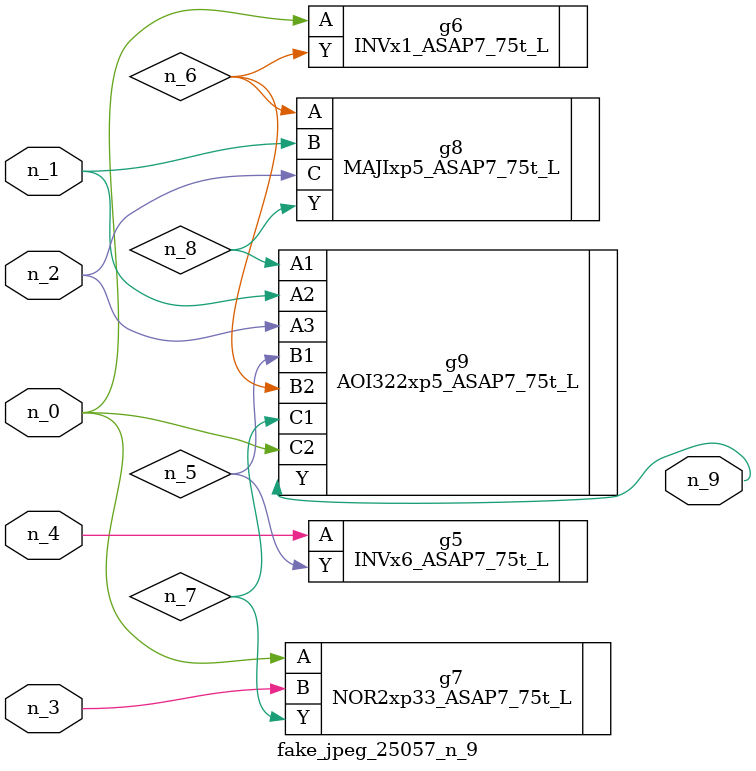
<source format=v>
module fake_jpeg_25057_n_9 (n_3, n_2, n_1, n_0, n_4, n_9);

input n_3;
input n_2;
input n_1;
input n_0;
input n_4;

output n_9;

wire n_8;
wire n_6;
wire n_5;
wire n_7;

INVx6_ASAP7_75t_L g5 ( 
.A(n_4),
.Y(n_5)
);

INVx1_ASAP7_75t_L g6 ( 
.A(n_0),
.Y(n_6)
);

NOR2xp33_ASAP7_75t_L g7 ( 
.A(n_0),
.B(n_3),
.Y(n_7)
);

MAJIxp5_ASAP7_75t_L g8 ( 
.A(n_6),
.B(n_1),
.C(n_2),
.Y(n_8)
);

AOI322xp5_ASAP7_75t_L g9 ( 
.A1(n_8),
.A2(n_1),
.A3(n_2),
.B1(n_5),
.B2(n_6),
.C1(n_7),
.C2(n_0),
.Y(n_9)
);


endmodule
</source>
